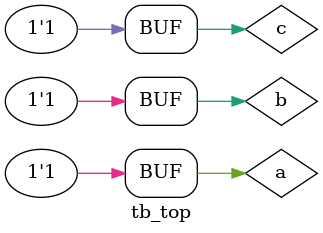
<source format=v>
module tb_top;
reg a, b, c;
wire s, c_out;

full_adder fa(a, b, c, s, c_out);

initial begin
	$monitor("At time %0t: a=%b b=%b, cin=%b, sum=%b, carry=%b",$time, a,b,c,s,c_out);
	a = 0; b = 0; c = 0; #1;
	a = 0; b = 0; c = 1; #1;
	a = 0; b = 1; c = 0; #1;
	a = 0; b = 1; c = 1; #1;
	a = 1; b = 0; c = 0; #1;
	a = 1; b = 0; c = 1; #1;
	a = 1; b = 1; c = 0; #1;
	a = 1; b = 1; c = 1;
end
endmodule

</source>
